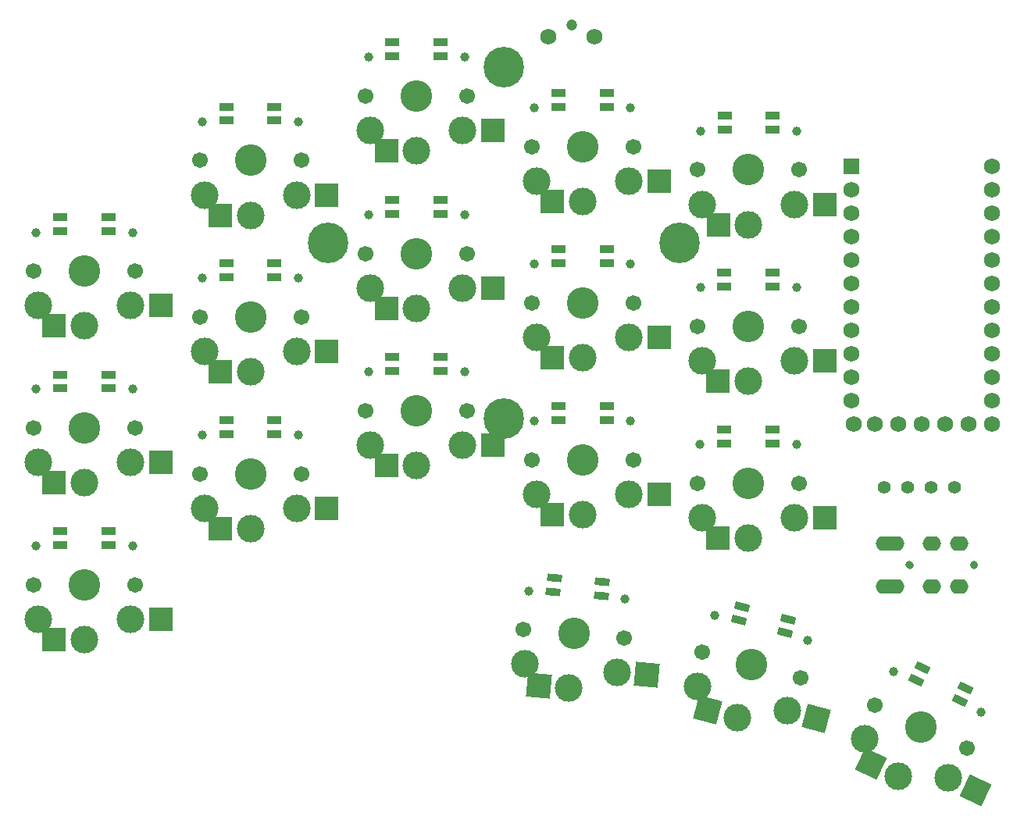
<source format=gbr>
%TF.GenerationSoftware,KiCad,Pcbnew,(6.0.0)*%
%TF.CreationDate,2022-04-19T03:34:00-07:00*%
%TF.ProjectId,half-swept,68616c66-2d73-4776-9570-742e6b696361,rev?*%
%TF.SameCoordinates,Original*%
%TF.FileFunction,Soldermask,Top*%
%TF.FilePolarity,Negative*%
%FSLAX46Y46*%
G04 Gerber Fmt 4.6, Leading zero omitted, Abs format (unit mm)*
G04 Created by KiCad (PCBNEW (6.0.0)) date 2022-04-19 03:34:00*
%MOMM*%
%LPD*%
G01*
G04 APERTURE LIST*
G04 Aperture macros list*
%AMRoundRect*
0 Rectangle with rounded corners*
0 $1 Rounding radius*
0 $2 $3 $4 $5 $6 $7 $8 $9 X,Y pos of 4 corners*
0 Add a 4 corners polygon primitive as box body*
4,1,4,$2,$3,$4,$5,$6,$7,$8,$9,$2,$3,0*
0 Add four circle primitives for the rounded corners*
1,1,$1+$1,$2,$3*
1,1,$1+$1,$4,$5*
1,1,$1+$1,$6,$7*
1,1,$1+$1,$8,$9*
0 Add four rect primitives between the rounded corners*
20,1,$1+$1,$2,$3,$4,$5,0*
20,1,$1+$1,$4,$5,$6,$7,0*
20,1,$1+$1,$6,$7,$8,$9,0*
20,1,$1+$1,$8,$9,$2,$3,0*%
%AMRotRect*
0 Rectangle, with rotation*
0 The origin of the aperture is its center*
0 $1 length*
0 $2 width*
0 $3 Rotation angle, in degrees counterclockwise*
0 Add horizontal line*
21,1,$1,$2,0,0,$3*%
G04 Aperture macros list end*
%ADD10C,0.990600*%
%ADD11C,3.000000*%
%ADD12RotRect,2.600000X2.600000X345.000000*%
%ADD13C,3.429000*%
%ADD14C,1.701800*%
%ADD15RotRect,2.600000X2.600000X335.000000*%
%ADD16R,2.600000X2.600000*%
%ADD17RotRect,2.600000X2.600000X355.000000*%
%ADD18C,0.800000*%
%ADD19O,2.000000X1.600000*%
%ADD20C,1.200000*%
%ADD21C,1.750000*%
%ADD22C,4.400000*%
%ADD23R,1.752600X1.752600*%
%ADD24C,1.752600*%
%ADD25RoundRect,0.082000X-0.718000X0.328000X-0.718000X-0.328000X0.718000X-0.328000X0.718000X0.328000X0*%
%ADD26RoundRect,0.082000X-0.686681X0.389330X-0.743855X-0.264174X0.686681X-0.389330X0.743855X0.264174X0*%
%ADD27C,1.397000*%
%ADD28RoundRect,0.082000X-0.608642X0.502656X-0.778427X-0.130992X0.608642X-0.502656X0.778427X0.130992X0*%
%ADD29RoundRect,0.082000X-0.512110X0.600709X-0.789348X0.006171X0.512110X-0.600709X0.789348X-0.006171X0*%
G04 APERTURE END LIST*
D10*
%TO.C,SW21*%
X100912971Y-81196858D03*
X90828705Y-78494787D03*
D11*
X88983597Y-86230838D03*
D12*
X101806263Y-89666660D03*
D11*
X93243825Y-89649970D03*
D13*
X94783798Y-83902711D03*
D11*
X98642856Y-88819028D03*
D12*
X90080418Y-88802337D03*
D14*
X100096390Y-85326216D03*
X89471206Y-82479206D03*
%TD*%
D10*
%TO.C,SW20*%
X119689724Y-89002284D03*
X110227871Y-84590149D03*
D11*
X107067444Y-91888272D03*
D15*
X119098679Y-97498529D03*
D11*
X110669222Y-95995240D03*
D13*
X113183801Y-90602709D03*
D11*
X116130521Y-96114455D03*
D15*
X107701064Y-94611166D03*
D14*
X118168494Y-92927109D03*
X108199108Y-88278309D03*
%TD*%
D10*
%TO.C,SW18*%
X99677454Y-60010711D03*
X89237454Y-60010711D03*
D11*
X89457454Y-67960711D03*
D16*
X102732454Y-67960711D03*
D11*
X94457454Y-70160711D03*
D13*
X94457454Y-64210711D03*
D11*
X99457454Y-67960711D03*
D16*
X91182454Y-70160711D03*
D14*
X99957454Y-64210711D03*
X88957454Y-64210711D03*
%TD*%
D10*
%TO.C,SW17*%
X81703799Y-57470713D03*
X71263799Y-57470713D03*
D11*
X71483799Y-65420713D03*
D16*
X84758799Y-65420713D03*
D11*
X76483799Y-67620713D03*
D13*
X76483799Y-61670713D03*
D11*
X81483799Y-65420713D03*
D16*
X73208799Y-67620713D03*
D14*
X81983799Y-61670713D03*
X70983799Y-61670713D03*
%TD*%
D10*
%TO.C,SW16*%
X63703797Y-52136711D03*
X53263797Y-52136711D03*
D11*
X53483797Y-60086711D03*
D16*
X66758797Y-60086711D03*
D11*
X58483797Y-62286711D03*
D13*
X58483797Y-56336711D03*
D11*
X63483797Y-60086711D03*
D16*
X55208797Y-62286711D03*
D14*
X63983797Y-56336711D03*
X52983797Y-56336711D03*
%TD*%
D10*
%TO.C,SW15*%
X45703799Y-58994710D03*
X35263799Y-58994710D03*
D11*
X35483799Y-66944710D03*
D16*
X48758799Y-66944710D03*
D11*
X40483799Y-69144710D03*
D13*
X40483799Y-63194710D03*
D11*
X45483799Y-66944710D03*
D16*
X37208799Y-69144710D03*
D14*
X45983799Y-63194710D03*
X34983799Y-63194710D03*
%TD*%
D10*
%TO.C,SW14*%
X27703799Y-71002709D03*
X17263799Y-71002709D03*
D11*
X17483799Y-78952709D03*
D16*
X30758799Y-78952709D03*
D11*
X22483799Y-81152709D03*
D13*
X22483799Y-75202709D03*
D11*
X27483799Y-78952709D03*
D16*
X19208799Y-81152709D03*
D14*
X27983799Y-75202709D03*
X16983799Y-75202709D03*
%TD*%
D10*
%TO.C,SW12*%
X99683799Y-42992711D03*
X89243799Y-42992711D03*
D11*
X89463799Y-50942711D03*
D16*
X102738799Y-50942711D03*
D11*
X94463799Y-53142711D03*
D13*
X94463799Y-47192711D03*
D11*
X99463799Y-50942711D03*
D16*
X91188799Y-53142711D03*
D14*
X99963799Y-47192711D03*
X88963799Y-47192711D03*
%TD*%
D10*
%TO.C,SW11*%
X81703800Y-40452714D03*
X71263800Y-40452714D03*
D11*
X71483800Y-48402714D03*
D16*
X84758800Y-48402714D03*
D11*
X76483800Y-50602714D03*
D13*
X76483800Y-44652714D03*
D11*
X81483800Y-48402714D03*
D16*
X73208800Y-50602714D03*
D14*
X81983800Y-44652714D03*
X70983800Y-44652714D03*
%TD*%
D10*
%TO.C,SW10*%
X63703800Y-35118711D03*
X53263800Y-35118711D03*
D11*
X53483800Y-43068711D03*
D16*
X66758800Y-43068711D03*
D11*
X58483800Y-45268711D03*
D13*
X58483800Y-39318711D03*
D11*
X63483800Y-43068711D03*
D16*
X55208800Y-45268711D03*
D14*
X63983800Y-39318711D03*
X52983800Y-39318711D03*
%TD*%
D10*
%TO.C,SW9*%
X45703800Y-41976711D03*
X35263800Y-41976711D03*
D11*
X35483800Y-49926711D03*
D16*
X48758800Y-49926711D03*
D11*
X40483800Y-52126711D03*
D13*
X40483800Y-46176711D03*
D11*
X45483800Y-49926711D03*
D16*
X37208800Y-52126711D03*
D14*
X45983800Y-46176711D03*
X34983800Y-46176711D03*
%TD*%
D10*
%TO.C,SW8*%
X27703799Y-54002711D03*
X17263799Y-54002711D03*
D11*
X17483799Y-61952711D03*
D16*
X30758799Y-61952711D03*
D11*
X22483799Y-64152711D03*
D13*
X22483799Y-58202711D03*
D11*
X27483799Y-61952711D03*
D16*
X19208799Y-64152711D03*
D14*
X27983799Y-58202711D03*
X16983799Y-58202711D03*
%TD*%
D10*
%TO.C,SW6*%
X99703798Y-26002711D03*
X89263798Y-26002711D03*
D11*
X89483798Y-33952711D03*
D16*
X102758798Y-33952711D03*
D11*
X94483798Y-36152711D03*
D13*
X94483798Y-30202711D03*
D11*
X99483798Y-33952711D03*
D16*
X91208798Y-36152711D03*
D14*
X99983798Y-30202711D03*
X88983798Y-30202711D03*
%TD*%
D10*
%TO.C,SW5*%
X81703798Y-23502712D03*
X71263798Y-23502712D03*
D11*
X71483798Y-31452712D03*
D16*
X84758798Y-31452712D03*
D11*
X76483798Y-33652712D03*
D13*
X76483798Y-27702712D03*
D11*
X81483798Y-31452712D03*
D16*
X73208798Y-33652712D03*
D14*
X81983798Y-27702712D03*
X70983798Y-27702712D03*
%TD*%
D10*
%TO.C,SW4*%
X63703798Y-18002711D03*
X53263798Y-18002711D03*
D11*
X53483798Y-25952711D03*
D16*
X66758798Y-25952711D03*
D11*
X58483798Y-28152711D03*
D13*
X58483798Y-22202711D03*
D11*
X63483798Y-25952711D03*
D16*
X55208798Y-28152711D03*
D14*
X63983798Y-22202711D03*
X52983798Y-22202711D03*
%TD*%
D10*
%TO.C,SW3*%
X45703801Y-25002711D03*
X35263801Y-25002711D03*
D11*
X35483801Y-32952711D03*
D16*
X48758801Y-32952711D03*
D11*
X40483801Y-35152711D03*
D13*
X40483801Y-29202711D03*
D11*
X45483801Y-32952711D03*
D16*
X37208801Y-35152711D03*
D14*
X45983801Y-29202711D03*
X34983801Y-29202711D03*
%TD*%
D10*
%TO.C,SW2*%
X27703799Y-37002711D03*
X17263799Y-37002711D03*
D11*
X17483799Y-44952711D03*
D16*
X30758799Y-44952711D03*
D11*
X22483799Y-47152711D03*
D13*
X22483799Y-41202711D03*
D11*
X27483799Y-44952711D03*
D16*
X19208799Y-47152711D03*
D14*
X27983799Y-41202711D03*
X16983799Y-41202711D03*
%TD*%
D10*
%TO.C,SW1*%
X81099989Y-76773644D03*
X70699717Y-75863738D03*
D11*
X70225991Y-83802660D03*
D17*
X83450476Y-84959653D03*
D11*
X75015222Y-86430067D03*
D13*
X75533799Y-80502709D03*
D11*
X80187938Y-84674218D03*
D17*
X71752685Y-86144632D03*
D14*
X81012870Y-80982066D03*
X70054728Y-80023352D03*
%TD*%
D18*
%TO.C,J2*%
X111951800Y-73072711D03*
X118951800Y-73072711D03*
D19*
X109251800Y-70772711D03*
X110351800Y-75372711D03*
X114351800Y-75372711D03*
X117351800Y-75372711D03*
%TD*%
D20*
%TO.C,RSW1*%
X75308798Y-14555212D03*
D21*
X72808798Y-15765212D03*
X77808798Y-15765212D03*
%TD*%
D22*
%TO.C,REF\u002A\u002A*%
X67983800Y-57152712D03*
X48933800Y-38102712D03*
X87033800Y-38102712D03*
X67983800Y-19052712D03*
%TD*%
D23*
%TO.C,U2*%
X105613798Y-29869461D03*
D24*
X105613798Y-32409461D03*
X105613798Y-34949461D03*
X105613798Y-37489461D03*
X105613798Y-40029461D03*
X105613798Y-42569461D03*
X105613798Y-45109461D03*
X105613798Y-47649461D03*
X105613798Y-50189461D03*
X105613798Y-52729461D03*
X105613798Y-55269461D03*
X105842398Y-57809461D03*
X120853798Y-57809461D03*
X120853798Y-55269461D03*
X120853798Y-52729461D03*
X120853798Y-50189461D03*
X120853798Y-47649461D03*
X120853798Y-45109461D03*
X120853798Y-42569461D03*
X120853798Y-40029461D03*
X120853798Y-37489461D03*
X120853798Y-34949461D03*
X120853798Y-32409461D03*
X120853798Y-29869461D03*
X108153798Y-57809461D03*
X110693798Y-57809461D03*
X113233798Y-57809461D03*
X115773798Y-57809461D03*
X118313798Y-57809461D03*
%TD*%
D25*
%TO.C,D34*%
X43083801Y-23372711D03*
X43083801Y-24872711D03*
X37883801Y-24872711D03*
X37883801Y-23372711D03*
%TD*%
%TO.C,D26*%
X61083797Y-50506711D03*
X61083797Y-52006711D03*
X55883797Y-52006711D03*
X55883797Y-50506711D03*
%TD*%
%TO.C,D31*%
X43083800Y-40346711D03*
X43083800Y-41846711D03*
X37883800Y-41846711D03*
X37883800Y-40346711D03*
%TD*%
%TO.C,D28*%
X43083799Y-57364710D03*
X43083799Y-58864710D03*
X37883799Y-58864710D03*
X37883799Y-57364710D03*
%TD*%
%TO.C,D32*%
X79083800Y-38822714D03*
X79083800Y-40322714D03*
X73883800Y-40322714D03*
X73883800Y-38822714D03*
%TD*%
%TO.C,D21*%
X97083798Y-24372711D03*
X97083798Y-25872711D03*
X91883798Y-25872711D03*
X91883798Y-24372711D03*
%TD*%
%TO.C,D19*%
X25083799Y-35372711D03*
X25083799Y-36872711D03*
X19883799Y-36872711D03*
X19883799Y-35372711D03*
%TD*%
%TO.C,D23*%
X61083800Y-33488711D03*
X61083800Y-34988711D03*
X55883800Y-34988711D03*
X55883800Y-33488711D03*
%TD*%
%TO.C,D22*%
X25083797Y-52422712D03*
X25083797Y-53922712D03*
X19883797Y-53922712D03*
X19883797Y-52422712D03*
%TD*%
%TO.C,D35*%
X79083798Y-21872712D03*
X79083798Y-23372712D03*
X73883798Y-23372712D03*
X73883798Y-21872712D03*
%TD*%
%TO.C,D25*%
X25083799Y-69372709D03*
X25083799Y-70872709D03*
X19883799Y-70872709D03*
X19883799Y-69372709D03*
%TD*%
%TO.C,D24*%
X97063799Y-41362711D03*
X97063799Y-42862711D03*
X91863799Y-42862711D03*
X91863799Y-41362711D03*
%TD*%
D26*
%TO.C,D30*%
X78632023Y-74921499D03*
X78501290Y-76415791D03*
X73321077Y-75962581D03*
X73451811Y-74468289D03*
%TD*%
D25*
%TO.C,D29*%
X79083799Y-55840713D03*
X79083799Y-57340713D03*
X73883799Y-57340713D03*
X73883799Y-55840713D03*
%TD*%
D18*
%TO.C,J1*%
X118933800Y-73052713D03*
X111933800Y-73052713D03*
D19*
X109233800Y-75352713D03*
X110333800Y-70752713D03*
X114333800Y-70752713D03*
X117333800Y-70752713D03*
%TD*%
D27*
%TO.C,OL2*%
X116843799Y-64602710D03*
X114303799Y-64602710D03*
X111763799Y-64602710D03*
X109223799Y-64602710D03*
%TD*%
D28*
%TO.C,D33*%
X98804120Y-78944293D03*
X98415892Y-80393182D03*
X93393077Y-79047323D03*
X93781306Y-77598434D03*
%TD*%
D25*
%TO.C,D20*%
X61083798Y-16372711D03*
X61083798Y-17872711D03*
X55883798Y-17872711D03*
X55883798Y-16372711D03*
%TD*%
D29*
%TO.C,D36*%
X118004066Y-86417742D03*
X117370138Y-87777204D03*
X112657338Y-85579589D03*
X113291265Y-84220127D03*
%TD*%
D25*
%TO.C,D27*%
X97063800Y-58380712D03*
X97063800Y-59880712D03*
X91863800Y-59880712D03*
X91863800Y-58380712D03*
%TD*%
M02*

</source>
